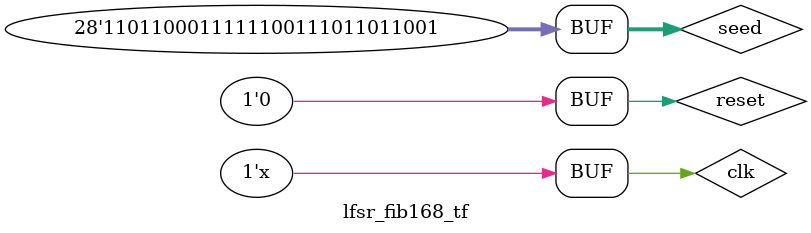
<source format=sv>
`timescale 1ns / 1ps


module lfsr_fib168_tf;

logic clk=0, reset=0;
logic [27:0] seed;
logic r;

LFSR_fib168pi DUT(
 .clk(clk),
  .reset(reset),
  .seed(seed),
  .r(r)
);

always
    #5 clk=!clk;
    
initial
begin
seed<=28'b11101100011111100111011011001;
#1 reset<=1;
#1 reset<=0;
end

endmodule

</source>
